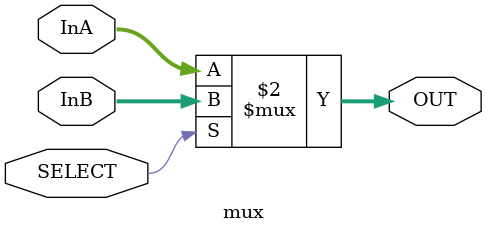
<source format=v>
`timescale  1ns/100ps
module mux(SELECT, InA, InB, OUT);

    parameter BIT_NUMBER = 8;      //set default parameter value to 8 

    input SELECT;
    input [BIT_NUMBER-1 : 0] InA; 
    input [(BIT_NUMBER-1) : 0]  InB;
    output [BIT_NUMBER-1 : 0] OUT;

    assign OUT=(SELECT==0)?InA:InB;

endmodule
</source>
